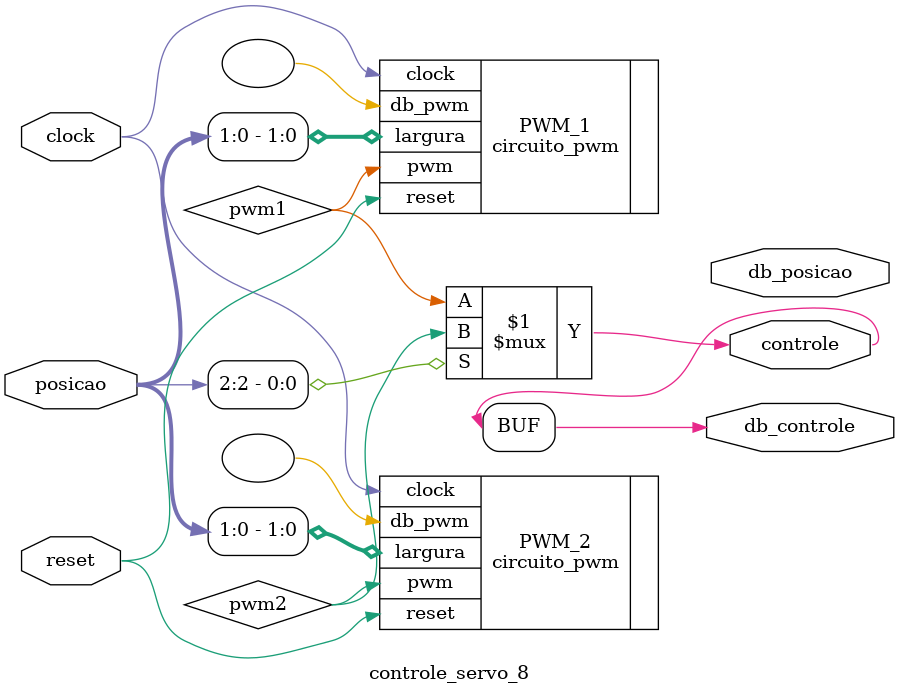
<source format=v>
module controle_servo_8 (
 input wire clock,
 input wire reset,
 input wire [2:0] posicao,
 output wire controle,
 output wire db_controle, // pwm gerado pra depuração
 output wire [2:0] db_posicao
);

wire pwm1, pwm2;
assign controle = posicao[2] ? pwm2 : pwm1;
assign db_controle = controle;

circuito_pwm #(           
    .conf_periodo(1000000), 
    .largura_00  (35000),    
    .largura_01  (45700),   
    .largura_10  (56450),  
    .largura_11  (67150)   
) PWM_1 (
    .clock   (clock  ),
    .reset   (reset  ),
    .largura (posicao[1:0]),
    .pwm     (pwm1   ),
    .db_pwm  (   )
);

circuito_pwm #(           
    .conf_periodo(1000000),
    .largura_00  (77850),    
    .largura_01  (88550),  
    .largura_10  (99300),    
    .largura_11  (110000)   
) PWM_2 (
    .clock   (clock  ),
    .reset   (reset  ),
    .largura (posicao[1:0]),
    .pwm     (pwm2   ),
    .db_pwm  (   )
);

endmodule
</source>
